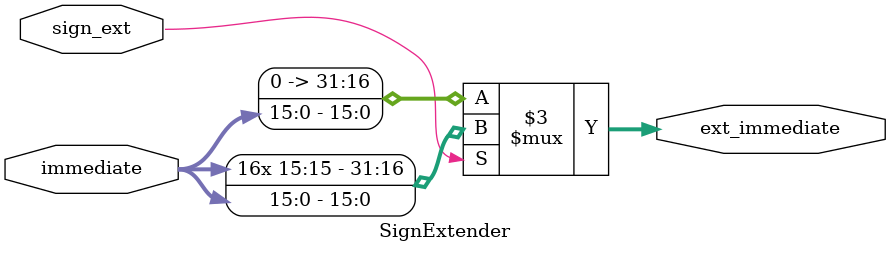
<source format=v>

module SignExtender(immediate, sign_ext, ext_immediate);
input [15:0] immediate;
input sign_ext;
output reg [31:0] ext_immediate;

always @(*)
	begin 
	
	if(sign_ext)
		ext_immediate = {{16{immediate[15]}}, immediate};
	else
		ext_immediate = {16'b0,immediate};
		
	end
endmodule






</source>
